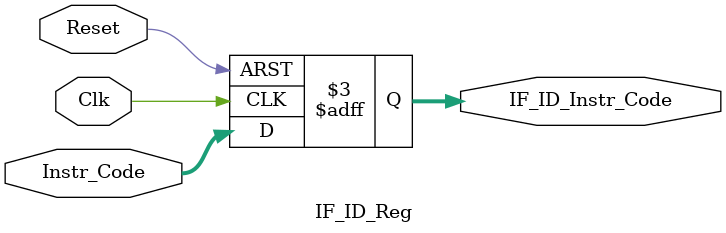
<source format=v>
`timescale 1ns / 1ps
module IF_ID_Reg(
input Clk,
input Reset,
input[7:0] Instr_Code,
output reg [7:0] IF_ID_Instr_Code
    );
	 
 always @ (posedge Clk, negedge Reset)
 begin
	 if(Reset == 0)
	 begin
		 IF_ID_Instr_Code <= 0;
	 end
	 
	 else
	 begin
		 IF_ID_Instr_Code <= Instr_Code;
	 end
 end
endmodule

</source>
